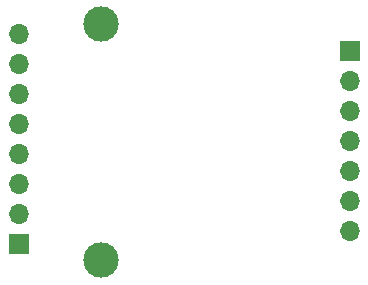
<source format=gbr>
%TF.GenerationSoftware,KiCad,Pcbnew,7.0.7-7.0.7~ubuntu20.04.1*%
%TF.CreationDate,2023-08-31T15:52:28+01:00*%
%TF.ProjectId,hot-end-connector,686f742d-656e-4642-9d63-6f6e6e656374,rev?*%
%TF.SameCoordinates,Original*%
%TF.FileFunction,Soldermask,Bot*%
%TF.FilePolarity,Negative*%
%FSLAX46Y46*%
G04 Gerber Fmt 4.6, Leading zero omitted, Abs format (unit mm)*
G04 Created by KiCad (PCBNEW 7.0.7-7.0.7~ubuntu20.04.1) date 2023-08-31 15:52:28*
%MOMM*%
%LPD*%
G01*
G04 APERTURE LIST*
%ADD10C,3.000000*%
%ADD11R,1.700000X1.700000*%
%ADD12O,1.700000X1.700000*%
G04 APERTURE END LIST*
D10*
%TO.C,H1*%
X38000000Y-178000000D03*
%TD*%
%TO.C,H2*%
X38000000Y-158000000D03*
%TD*%
D11*
%TO.C,J1*%
X59000000Y-160260000D03*
D12*
X59000000Y-162800000D03*
X59000000Y-165340000D03*
X59000000Y-167880000D03*
X59000000Y-170420000D03*
X59000000Y-172960000D03*
X59000000Y-175500000D03*
%TD*%
D11*
%TO.C,J2*%
X31000000Y-176620000D03*
D12*
X31000000Y-174080000D03*
X31000000Y-171540000D03*
X31000000Y-169000000D03*
X31000000Y-166460000D03*
X31000000Y-163920000D03*
X31000000Y-161380000D03*
X31000000Y-158840000D03*
%TD*%
M02*

</source>
